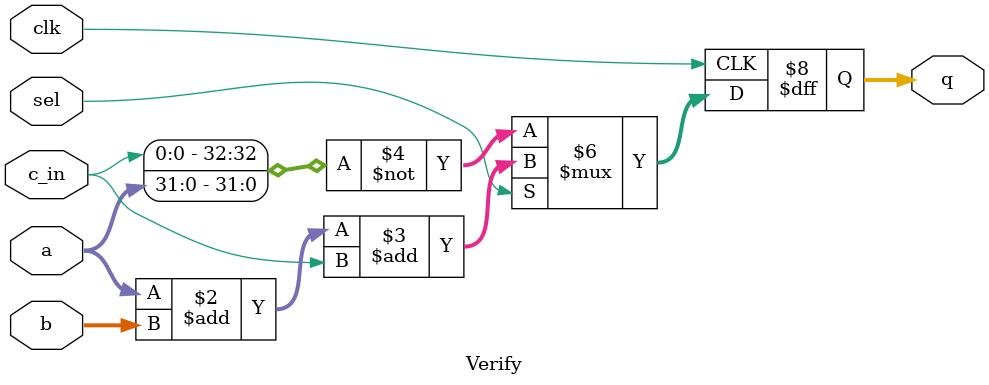
<source format=v>
`timescale 1ns / 1ps


module Verify(a,b,c_in,clk,sel,q);
    parameter N = 32;
    input [(N-1):0] a;
    input [(N-1):0] b;
    input c_in;
    input clk;
    input sel;
    output reg [N:0] q;
    
    always@(posedge clk)begin
        if(sel)begin
            q = a + b + c_in;
        end else begin
            q = ~({c_in,a});
        end
    end
endmodule

</source>
